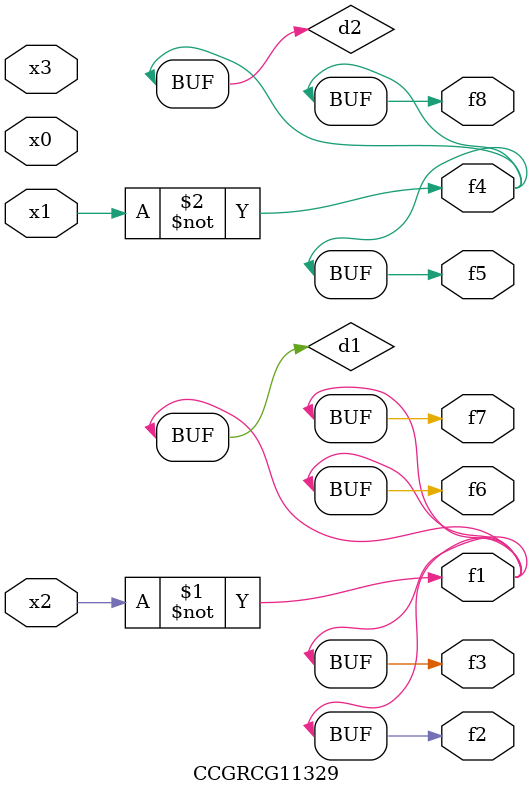
<source format=v>
module CCGRCG11329(
	input x0, x1, x2, x3,
	output f1, f2, f3, f4, f5, f6, f7, f8
);

	wire d1, d2;

	xnor (d1, x2);
	not (d2, x1);
	assign f1 = d1;
	assign f2 = d1;
	assign f3 = d1;
	assign f4 = d2;
	assign f5 = d2;
	assign f6 = d1;
	assign f7 = d1;
	assign f8 = d2;
endmodule

</source>
